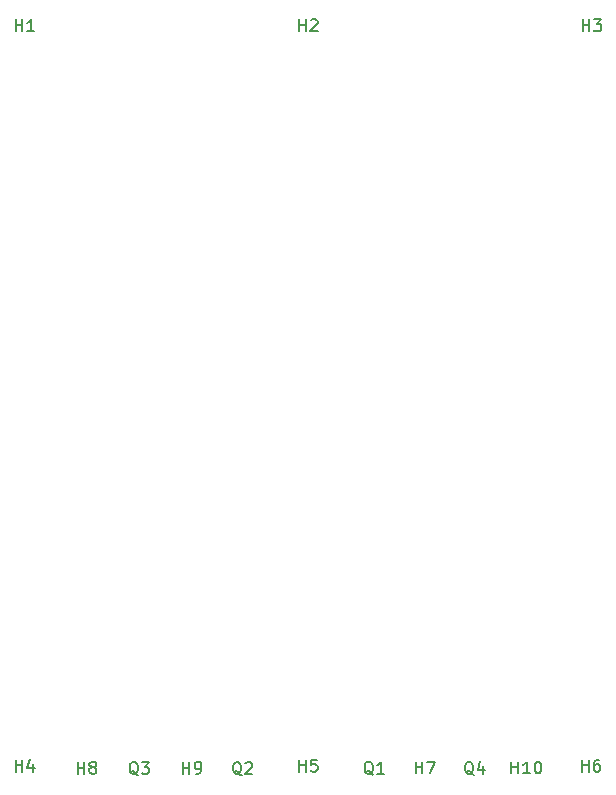
<source format=gbr>
%TF.GenerationSoftware,KiCad,Pcbnew,8.0.5*%
%TF.CreationDate,2025-09-21T17:17:36-10:00*%
%TF.ProjectId,SiPMT.revA,5369504d-542e-4726-9576-412e6b696361,rev?*%
%TF.SameCoordinates,Original*%
%TF.FileFunction,AssemblyDrawing,Top*%
%FSLAX46Y46*%
G04 Gerber Fmt 4.6, Leading zero omitted, Abs format (unit mm)*
G04 Created by KiCad (PCBNEW 8.0.5) date 2025-09-21 17:17:36*
%MOMM*%
%LPD*%
G01*
G04 APERTURE LIST*
%ADD10C,0.150000*%
G04 APERTURE END LIST*
D10*
X164111905Y-127084819D02*
X164111905Y-126084819D01*
X164111905Y-126561009D02*
X164683333Y-126561009D01*
X164683333Y-127084819D02*
X164683333Y-126084819D01*
X165683333Y-127084819D02*
X165111905Y-127084819D01*
X165397619Y-127084819D02*
X165397619Y-126084819D01*
X165397619Y-126084819D02*
X165302381Y-126227676D01*
X165302381Y-126227676D02*
X165207143Y-126322914D01*
X165207143Y-126322914D02*
X165111905Y-126370533D01*
X166302381Y-126084819D02*
X166397619Y-126084819D01*
X166397619Y-126084819D02*
X166492857Y-126132438D01*
X166492857Y-126132438D02*
X166540476Y-126180057D01*
X166540476Y-126180057D02*
X166588095Y-126275295D01*
X166588095Y-126275295D02*
X166635714Y-126465771D01*
X166635714Y-126465771D02*
X166635714Y-126703866D01*
X166635714Y-126703866D02*
X166588095Y-126894342D01*
X166588095Y-126894342D02*
X166540476Y-126989580D01*
X166540476Y-126989580D02*
X166492857Y-127037200D01*
X166492857Y-127037200D02*
X166397619Y-127084819D01*
X166397619Y-127084819D02*
X166302381Y-127084819D01*
X166302381Y-127084819D02*
X166207143Y-127037200D01*
X166207143Y-127037200D02*
X166159524Y-126989580D01*
X166159524Y-126989580D02*
X166111905Y-126894342D01*
X166111905Y-126894342D02*
X166064286Y-126703866D01*
X166064286Y-126703866D02*
X166064286Y-126465771D01*
X166064286Y-126465771D02*
X166111905Y-126275295D01*
X166111905Y-126275295D02*
X166159524Y-126180057D01*
X166159524Y-126180057D02*
X166207143Y-126132438D01*
X166207143Y-126132438D02*
X166302381Y-126084819D01*
X136275595Y-127109819D02*
X136275595Y-126109819D01*
X136275595Y-126586009D02*
X136847023Y-126586009D01*
X136847023Y-127109819D02*
X136847023Y-126109819D01*
X137370833Y-127109819D02*
X137561309Y-127109819D01*
X137561309Y-127109819D02*
X137656547Y-127062200D01*
X137656547Y-127062200D02*
X137704166Y-127014580D01*
X137704166Y-127014580D02*
X137799404Y-126871723D01*
X137799404Y-126871723D02*
X137847023Y-126681247D01*
X137847023Y-126681247D02*
X137847023Y-126300295D01*
X137847023Y-126300295D02*
X137799404Y-126205057D01*
X137799404Y-126205057D02*
X137751785Y-126157438D01*
X137751785Y-126157438D02*
X137656547Y-126109819D01*
X137656547Y-126109819D02*
X137466071Y-126109819D01*
X137466071Y-126109819D02*
X137370833Y-126157438D01*
X137370833Y-126157438D02*
X137323214Y-126205057D01*
X137323214Y-126205057D02*
X137275595Y-126300295D01*
X137275595Y-126300295D02*
X137275595Y-126538390D01*
X137275595Y-126538390D02*
X137323214Y-126633628D01*
X137323214Y-126633628D02*
X137370833Y-126681247D01*
X137370833Y-126681247D02*
X137466071Y-126728866D01*
X137466071Y-126728866D02*
X137656547Y-126728866D01*
X137656547Y-126728866D02*
X137751785Y-126681247D01*
X137751785Y-126681247D02*
X137799404Y-126633628D01*
X137799404Y-126633628D02*
X137847023Y-126538390D01*
X122125595Y-64229819D02*
X122125595Y-63229819D01*
X122125595Y-63706009D02*
X122697023Y-63706009D01*
X122697023Y-64229819D02*
X122697023Y-63229819D01*
X123697023Y-64229819D02*
X123125595Y-64229819D01*
X123411309Y-64229819D02*
X123411309Y-63229819D01*
X123411309Y-63229819D02*
X123316071Y-63372676D01*
X123316071Y-63372676D02*
X123220833Y-63467914D01*
X123220833Y-63467914D02*
X123125595Y-63515533D01*
X132504761Y-127230057D02*
X132409523Y-127182438D01*
X132409523Y-127182438D02*
X132314285Y-127087200D01*
X132314285Y-127087200D02*
X132171428Y-126944342D01*
X132171428Y-126944342D02*
X132076190Y-126896723D01*
X132076190Y-126896723D02*
X131980952Y-126896723D01*
X132028571Y-127134819D02*
X131933333Y-127087200D01*
X131933333Y-127087200D02*
X131838095Y-126991961D01*
X131838095Y-126991961D02*
X131790476Y-126801485D01*
X131790476Y-126801485D02*
X131790476Y-126468152D01*
X131790476Y-126468152D02*
X131838095Y-126277676D01*
X131838095Y-126277676D02*
X131933333Y-126182438D01*
X131933333Y-126182438D02*
X132028571Y-126134819D01*
X132028571Y-126134819D02*
X132219047Y-126134819D01*
X132219047Y-126134819D02*
X132314285Y-126182438D01*
X132314285Y-126182438D02*
X132409523Y-126277676D01*
X132409523Y-126277676D02*
X132457142Y-126468152D01*
X132457142Y-126468152D02*
X132457142Y-126801485D01*
X132457142Y-126801485D02*
X132409523Y-126991961D01*
X132409523Y-126991961D02*
X132314285Y-127087200D01*
X132314285Y-127087200D02*
X132219047Y-127134819D01*
X132219047Y-127134819D02*
X132028571Y-127134819D01*
X132790476Y-126134819D02*
X133409523Y-126134819D01*
X133409523Y-126134819D02*
X133076190Y-126515771D01*
X133076190Y-126515771D02*
X133219047Y-126515771D01*
X133219047Y-126515771D02*
X133314285Y-126563390D01*
X133314285Y-126563390D02*
X133361904Y-126611009D01*
X133361904Y-126611009D02*
X133409523Y-126706247D01*
X133409523Y-126706247D02*
X133409523Y-126944342D01*
X133409523Y-126944342D02*
X133361904Y-127039580D01*
X133361904Y-127039580D02*
X133314285Y-127087200D01*
X133314285Y-127087200D02*
X133219047Y-127134819D01*
X133219047Y-127134819D02*
X132933333Y-127134819D01*
X132933333Y-127134819D02*
X132838095Y-127087200D01*
X132838095Y-127087200D02*
X132790476Y-127039580D01*
X155988095Y-127084819D02*
X155988095Y-126084819D01*
X155988095Y-126561009D02*
X156559523Y-126561009D01*
X156559523Y-127084819D02*
X156559523Y-126084819D01*
X156940476Y-126084819D02*
X157607142Y-126084819D01*
X157607142Y-126084819D02*
X157178571Y-127084819D01*
X160904761Y-127205057D02*
X160809523Y-127157438D01*
X160809523Y-127157438D02*
X160714285Y-127062200D01*
X160714285Y-127062200D02*
X160571428Y-126919342D01*
X160571428Y-126919342D02*
X160476190Y-126871723D01*
X160476190Y-126871723D02*
X160380952Y-126871723D01*
X160428571Y-127109819D02*
X160333333Y-127062200D01*
X160333333Y-127062200D02*
X160238095Y-126966961D01*
X160238095Y-126966961D02*
X160190476Y-126776485D01*
X160190476Y-126776485D02*
X160190476Y-126443152D01*
X160190476Y-126443152D02*
X160238095Y-126252676D01*
X160238095Y-126252676D02*
X160333333Y-126157438D01*
X160333333Y-126157438D02*
X160428571Y-126109819D01*
X160428571Y-126109819D02*
X160619047Y-126109819D01*
X160619047Y-126109819D02*
X160714285Y-126157438D01*
X160714285Y-126157438D02*
X160809523Y-126252676D01*
X160809523Y-126252676D02*
X160857142Y-126443152D01*
X160857142Y-126443152D02*
X160857142Y-126776485D01*
X160857142Y-126776485D02*
X160809523Y-126966961D01*
X160809523Y-126966961D02*
X160714285Y-127062200D01*
X160714285Y-127062200D02*
X160619047Y-127109819D01*
X160619047Y-127109819D02*
X160428571Y-127109819D01*
X161714285Y-126443152D02*
X161714285Y-127109819D01*
X161476190Y-126062200D02*
X161238095Y-126776485D01*
X161238095Y-126776485D02*
X161857142Y-126776485D01*
X170075595Y-126929819D02*
X170075595Y-125929819D01*
X170075595Y-126406009D02*
X170647023Y-126406009D01*
X170647023Y-126929819D02*
X170647023Y-125929819D01*
X171551785Y-125929819D02*
X171361309Y-125929819D01*
X171361309Y-125929819D02*
X171266071Y-125977438D01*
X171266071Y-125977438D02*
X171218452Y-126025057D01*
X171218452Y-126025057D02*
X171123214Y-126167914D01*
X171123214Y-126167914D02*
X171075595Y-126358390D01*
X171075595Y-126358390D02*
X171075595Y-126739342D01*
X171075595Y-126739342D02*
X171123214Y-126834580D01*
X171123214Y-126834580D02*
X171170833Y-126882200D01*
X171170833Y-126882200D02*
X171266071Y-126929819D01*
X171266071Y-126929819D02*
X171456547Y-126929819D01*
X171456547Y-126929819D02*
X171551785Y-126882200D01*
X171551785Y-126882200D02*
X171599404Y-126834580D01*
X171599404Y-126834580D02*
X171647023Y-126739342D01*
X171647023Y-126739342D02*
X171647023Y-126501247D01*
X171647023Y-126501247D02*
X171599404Y-126406009D01*
X171599404Y-126406009D02*
X171551785Y-126358390D01*
X171551785Y-126358390D02*
X171456547Y-126310771D01*
X171456547Y-126310771D02*
X171266071Y-126310771D01*
X171266071Y-126310771D02*
X171170833Y-126358390D01*
X171170833Y-126358390D02*
X171123214Y-126406009D01*
X171123214Y-126406009D02*
X171075595Y-126501247D01*
X141254761Y-127230057D02*
X141159523Y-127182438D01*
X141159523Y-127182438D02*
X141064285Y-127087200D01*
X141064285Y-127087200D02*
X140921428Y-126944342D01*
X140921428Y-126944342D02*
X140826190Y-126896723D01*
X140826190Y-126896723D02*
X140730952Y-126896723D01*
X140778571Y-127134819D02*
X140683333Y-127087200D01*
X140683333Y-127087200D02*
X140588095Y-126991961D01*
X140588095Y-126991961D02*
X140540476Y-126801485D01*
X140540476Y-126801485D02*
X140540476Y-126468152D01*
X140540476Y-126468152D02*
X140588095Y-126277676D01*
X140588095Y-126277676D02*
X140683333Y-126182438D01*
X140683333Y-126182438D02*
X140778571Y-126134819D01*
X140778571Y-126134819D02*
X140969047Y-126134819D01*
X140969047Y-126134819D02*
X141064285Y-126182438D01*
X141064285Y-126182438D02*
X141159523Y-126277676D01*
X141159523Y-126277676D02*
X141207142Y-126468152D01*
X141207142Y-126468152D02*
X141207142Y-126801485D01*
X141207142Y-126801485D02*
X141159523Y-126991961D01*
X141159523Y-126991961D02*
X141064285Y-127087200D01*
X141064285Y-127087200D02*
X140969047Y-127134819D01*
X140969047Y-127134819D02*
X140778571Y-127134819D01*
X141588095Y-126230057D02*
X141635714Y-126182438D01*
X141635714Y-126182438D02*
X141730952Y-126134819D01*
X141730952Y-126134819D02*
X141969047Y-126134819D01*
X141969047Y-126134819D02*
X142064285Y-126182438D01*
X142064285Y-126182438D02*
X142111904Y-126230057D01*
X142111904Y-126230057D02*
X142159523Y-126325295D01*
X142159523Y-126325295D02*
X142159523Y-126420533D01*
X142159523Y-126420533D02*
X142111904Y-126563390D01*
X142111904Y-126563390D02*
X141540476Y-127134819D01*
X141540476Y-127134819D02*
X142159523Y-127134819D01*
X152404761Y-127205057D02*
X152309523Y-127157438D01*
X152309523Y-127157438D02*
X152214285Y-127062200D01*
X152214285Y-127062200D02*
X152071428Y-126919342D01*
X152071428Y-126919342D02*
X151976190Y-126871723D01*
X151976190Y-126871723D02*
X151880952Y-126871723D01*
X151928571Y-127109819D02*
X151833333Y-127062200D01*
X151833333Y-127062200D02*
X151738095Y-126966961D01*
X151738095Y-126966961D02*
X151690476Y-126776485D01*
X151690476Y-126776485D02*
X151690476Y-126443152D01*
X151690476Y-126443152D02*
X151738095Y-126252676D01*
X151738095Y-126252676D02*
X151833333Y-126157438D01*
X151833333Y-126157438D02*
X151928571Y-126109819D01*
X151928571Y-126109819D02*
X152119047Y-126109819D01*
X152119047Y-126109819D02*
X152214285Y-126157438D01*
X152214285Y-126157438D02*
X152309523Y-126252676D01*
X152309523Y-126252676D02*
X152357142Y-126443152D01*
X152357142Y-126443152D02*
X152357142Y-126776485D01*
X152357142Y-126776485D02*
X152309523Y-126966961D01*
X152309523Y-126966961D02*
X152214285Y-127062200D01*
X152214285Y-127062200D02*
X152119047Y-127109819D01*
X152119047Y-127109819D02*
X151928571Y-127109819D01*
X153309523Y-127109819D02*
X152738095Y-127109819D01*
X153023809Y-127109819D02*
X153023809Y-126109819D01*
X153023809Y-126109819D02*
X152928571Y-126252676D01*
X152928571Y-126252676D02*
X152833333Y-126347914D01*
X152833333Y-126347914D02*
X152738095Y-126395533D01*
X170125595Y-64229819D02*
X170125595Y-63229819D01*
X170125595Y-63706009D02*
X170697023Y-63706009D01*
X170697023Y-64229819D02*
X170697023Y-63229819D01*
X171077976Y-63229819D02*
X171697023Y-63229819D01*
X171697023Y-63229819D02*
X171363690Y-63610771D01*
X171363690Y-63610771D02*
X171506547Y-63610771D01*
X171506547Y-63610771D02*
X171601785Y-63658390D01*
X171601785Y-63658390D02*
X171649404Y-63706009D01*
X171649404Y-63706009D02*
X171697023Y-63801247D01*
X171697023Y-63801247D02*
X171697023Y-64039342D01*
X171697023Y-64039342D02*
X171649404Y-64134580D01*
X171649404Y-64134580D02*
X171601785Y-64182200D01*
X171601785Y-64182200D02*
X171506547Y-64229819D01*
X171506547Y-64229819D02*
X171220833Y-64229819D01*
X171220833Y-64229819D02*
X171125595Y-64182200D01*
X171125595Y-64182200D02*
X171077976Y-64134580D01*
X146125595Y-126929819D02*
X146125595Y-125929819D01*
X146125595Y-126406009D02*
X146697023Y-126406009D01*
X146697023Y-126929819D02*
X146697023Y-125929819D01*
X147649404Y-125929819D02*
X147173214Y-125929819D01*
X147173214Y-125929819D02*
X147125595Y-126406009D01*
X147125595Y-126406009D02*
X147173214Y-126358390D01*
X147173214Y-126358390D02*
X147268452Y-126310771D01*
X147268452Y-126310771D02*
X147506547Y-126310771D01*
X147506547Y-126310771D02*
X147601785Y-126358390D01*
X147601785Y-126358390D02*
X147649404Y-126406009D01*
X147649404Y-126406009D02*
X147697023Y-126501247D01*
X147697023Y-126501247D02*
X147697023Y-126739342D01*
X147697023Y-126739342D02*
X147649404Y-126834580D01*
X147649404Y-126834580D02*
X147601785Y-126882200D01*
X147601785Y-126882200D02*
X147506547Y-126929819D01*
X147506547Y-126929819D02*
X147268452Y-126929819D01*
X147268452Y-126929819D02*
X147173214Y-126882200D01*
X147173214Y-126882200D02*
X147125595Y-126834580D01*
X146125595Y-64229819D02*
X146125595Y-63229819D01*
X146125595Y-63706009D02*
X146697023Y-63706009D01*
X146697023Y-64229819D02*
X146697023Y-63229819D01*
X147125595Y-63325057D02*
X147173214Y-63277438D01*
X147173214Y-63277438D02*
X147268452Y-63229819D01*
X147268452Y-63229819D02*
X147506547Y-63229819D01*
X147506547Y-63229819D02*
X147601785Y-63277438D01*
X147601785Y-63277438D02*
X147649404Y-63325057D01*
X147649404Y-63325057D02*
X147697023Y-63420295D01*
X147697023Y-63420295D02*
X147697023Y-63515533D01*
X147697023Y-63515533D02*
X147649404Y-63658390D01*
X147649404Y-63658390D02*
X147077976Y-64229819D01*
X147077976Y-64229819D02*
X147697023Y-64229819D01*
X127381243Y-127109819D02*
X127381243Y-126109819D01*
X127381243Y-126586009D02*
X127952671Y-126586009D01*
X127952671Y-127109819D02*
X127952671Y-126109819D01*
X128571719Y-126538390D02*
X128476481Y-126490771D01*
X128476481Y-126490771D02*
X128428862Y-126443152D01*
X128428862Y-126443152D02*
X128381243Y-126347914D01*
X128381243Y-126347914D02*
X128381243Y-126300295D01*
X128381243Y-126300295D02*
X128428862Y-126205057D01*
X128428862Y-126205057D02*
X128476481Y-126157438D01*
X128476481Y-126157438D02*
X128571719Y-126109819D01*
X128571719Y-126109819D02*
X128762195Y-126109819D01*
X128762195Y-126109819D02*
X128857433Y-126157438D01*
X128857433Y-126157438D02*
X128905052Y-126205057D01*
X128905052Y-126205057D02*
X128952671Y-126300295D01*
X128952671Y-126300295D02*
X128952671Y-126347914D01*
X128952671Y-126347914D02*
X128905052Y-126443152D01*
X128905052Y-126443152D02*
X128857433Y-126490771D01*
X128857433Y-126490771D02*
X128762195Y-126538390D01*
X128762195Y-126538390D02*
X128571719Y-126538390D01*
X128571719Y-126538390D02*
X128476481Y-126586009D01*
X128476481Y-126586009D02*
X128428862Y-126633628D01*
X128428862Y-126633628D02*
X128381243Y-126728866D01*
X128381243Y-126728866D02*
X128381243Y-126919342D01*
X128381243Y-126919342D02*
X128428862Y-127014580D01*
X128428862Y-127014580D02*
X128476481Y-127062200D01*
X128476481Y-127062200D02*
X128571719Y-127109819D01*
X128571719Y-127109819D02*
X128762195Y-127109819D01*
X128762195Y-127109819D02*
X128857433Y-127062200D01*
X128857433Y-127062200D02*
X128905052Y-127014580D01*
X128905052Y-127014580D02*
X128952671Y-126919342D01*
X128952671Y-126919342D02*
X128952671Y-126728866D01*
X128952671Y-126728866D02*
X128905052Y-126633628D01*
X128905052Y-126633628D02*
X128857433Y-126586009D01*
X128857433Y-126586009D02*
X128762195Y-126538390D01*
X122125595Y-126929819D02*
X122125595Y-125929819D01*
X122125595Y-126406009D02*
X122697023Y-126406009D01*
X122697023Y-126929819D02*
X122697023Y-125929819D01*
X123601785Y-126263152D02*
X123601785Y-126929819D01*
X123363690Y-125882200D02*
X123125595Y-126596485D01*
X123125595Y-126596485D02*
X123744642Y-126596485D01*
M02*

</source>
